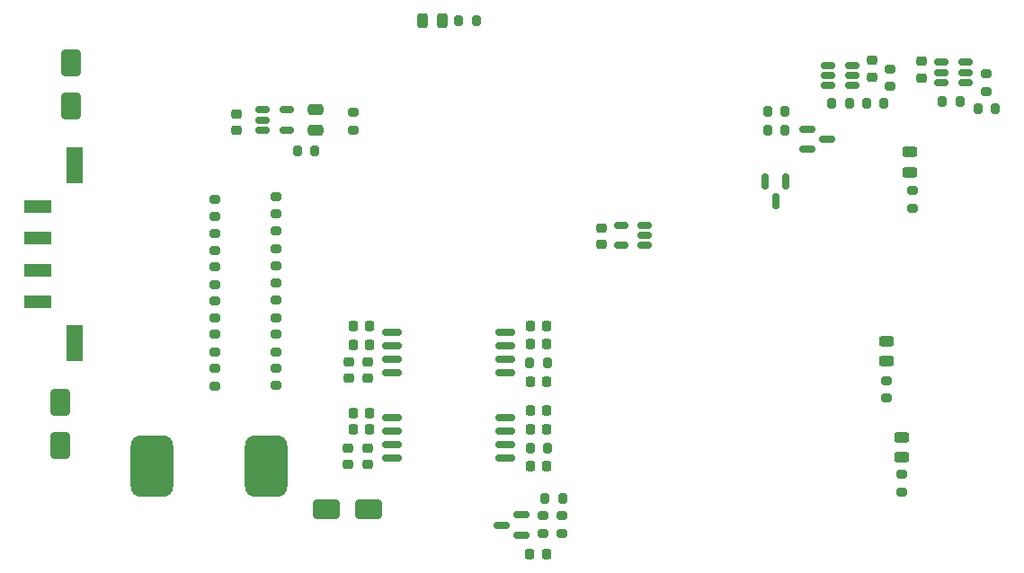
<source format=gbr>
%TF.GenerationSoftware,KiCad,Pcbnew,7.0.11-rc3*%
%TF.CreationDate,2025-03-16T23:31:10+08:00*%
%TF.ProjectId,TSAL,5453414c-2e6b-4696-9361-645f70636258,rev?*%
%TF.SameCoordinates,Original*%
%TF.FileFunction,Paste,Top*%
%TF.FilePolarity,Positive*%
%FSLAX46Y46*%
G04 Gerber Fmt 4.6, Leading zero omitted, Abs format (unit mm)*
G04 Created by KiCad (PCBNEW 7.0.11-rc3) date 2025-03-16 23:31:10*
%MOMM*%
%LPD*%
G01*
G04 APERTURE LIST*
G04 Aperture macros list*
%AMRoundRect*
0 Rectangle with rounded corners*
0 $1 Rounding radius*
0 $2 $3 $4 $5 $6 $7 $8 $9 X,Y pos of 4 corners*
0 Add a 4 corners polygon primitive as box body*
4,1,4,$2,$3,$4,$5,$6,$7,$8,$9,$2,$3,0*
0 Add four circle primitives for the rounded corners*
1,1,$1+$1,$2,$3*
1,1,$1+$1,$4,$5*
1,1,$1+$1,$6,$7*
1,1,$1+$1,$8,$9*
0 Add four rect primitives between the rounded corners*
20,1,$1+$1,$2,$3,$4,$5,0*
20,1,$1+$1,$4,$5,$6,$7,0*
20,1,$1+$1,$6,$7,$8,$9,0*
20,1,$1+$1,$8,$9,$2,$3,0*%
G04 Aperture macros list end*
%ADD10R,2.540000X1.270000*%
%ADD11R,1.650000X3.430000*%
%ADD12RoundRect,0.200000X0.275000X-0.200000X0.275000X0.200000X-0.275000X0.200000X-0.275000X-0.200000X0*%
%ADD13RoundRect,0.225000X0.225000X0.250000X-0.225000X0.250000X-0.225000X-0.250000X0.225000X-0.250000X0*%
%ADD14RoundRect,0.150000X-0.512500X-0.150000X0.512500X-0.150000X0.512500X0.150000X-0.512500X0.150000X0*%
%ADD15RoundRect,0.200000X0.200000X0.275000X-0.200000X0.275000X-0.200000X-0.275000X0.200000X-0.275000X0*%
%ADD16RoundRect,0.200000X-0.200000X-0.275000X0.200000X-0.275000X0.200000X0.275000X-0.200000X0.275000X0*%
%ADD17RoundRect,0.250000X-1.000000X-0.650000X1.000000X-0.650000X1.000000X0.650000X-1.000000X0.650000X0*%
%ADD18RoundRect,0.150000X-0.587500X-0.150000X0.587500X-0.150000X0.587500X0.150000X-0.587500X0.150000X0*%
%ADD19RoundRect,0.250000X-0.475000X0.250000X-0.475000X-0.250000X0.475000X-0.250000X0.475000X0.250000X0*%
%ADD20RoundRect,0.150000X-0.750000X-0.150000X0.750000X-0.150000X0.750000X0.150000X-0.750000X0.150000X0*%
%ADD21RoundRect,0.243750X-0.456250X0.243750X-0.456250X-0.243750X0.456250X-0.243750X0.456250X0.243750X0*%
%ADD22RoundRect,0.200000X-0.275000X0.200000X-0.275000X-0.200000X0.275000X-0.200000X0.275000X0.200000X0*%
%ADD23RoundRect,0.225000X-0.225000X-0.250000X0.225000X-0.250000X0.225000X0.250000X-0.225000X0.250000X0*%
%ADD24RoundRect,0.150000X-0.150000X0.587500X-0.150000X-0.587500X0.150000X-0.587500X0.150000X0.587500X0*%
%ADD25RoundRect,0.225000X-0.250000X0.225000X-0.250000X-0.225000X0.250000X-0.225000X0.250000X0.225000X0*%
%ADD26RoundRect,0.150000X0.512500X0.150000X-0.512500X0.150000X-0.512500X-0.150000X0.512500X-0.150000X0*%
%ADD27RoundRect,0.250000X0.650000X-1.000000X0.650000X1.000000X-0.650000X1.000000X-0.650000X-1.000000X0*%
%ADD28RoundRect,0.225000X0.250000X-0.225000X0.250000X0.225000X-0.250000X0.225000X-0.250000X-0.225000X0*%
%ADD29RoundRect,0.243750X-0.243750X-0.456250X0.243750X-0.456250X0.243750X0.456250X-0.243750X0.456250X0*%
%ADD30RoundRect,0.150000X0.587500X0.150000X-0.587500X0.150000X-0.587500X-0.150000X0.587500X-0.150000X0*%
%ADD31RoundRect,1.000000X1.000000X-1.900000X1.000000X1.900000X-1.000000X1.900000X-1.000000X-1.900000X0*%
G04 APERTURE END LIST*
D10*
%TO.C,J7*%
X68865000Y-51500000D03*
X68865000Y-54500000D03*
X68865000Y-57500000D03*
X68865000Y-60500000D03*
D11*
X72285000Y-47615000D03*
X72285000Y-64385000D03*
%TD*%
D12*
%TO.C,R31*%
X158212500Y-40632500D03*
X158212500Y-38982500D03*
%TD*%
D13*
%TO.C,C9*%
X100112500Y-64537500D03*
X98562500Y-64537500D03*
%TD*%
D14*
%TO.C,IC4*%
X143275000Y-38217500D03*
X143275000Y-39167500D03*
X143275000Y-40117500D03*
X145550000Y-40117500D03*
X145550000Y-39167500D03*
X145550000Y-38217500D03*
%TD*%
D15*
%TO.C,R44*%
X94937500Y-46287500D03*
X93287500Y-46287500D03*
%TD*%
D12*
%TO.C,R21*%
X118216072Y-82287500D03*
X118216072Y-80637500D03*
%TD*%
D16*
%TO.C,R36*%
X137563928Y-44297298D03*
X139213928Y-44297298D03*
%TD*%
D15*
%TO.C,R20*%
X116862500Y-74250000D03*
X115212500Y-74250000D03*
%TD*%
D17*
%TO.C,D3*%
X96000000Y-80000000D03*
X100000000Y-80000000D03*
%TD*%
D12*
%TO.C,R11*%
X85537500Y-58862500D03*
X85537500Y-57212500D03*
%TD*%
D18*
%TO.C,Q4*%
X141346428Y-44207298D03*
X141346428Y-46107298D03*
X143221428Y-45157298D03*
%TD*%
D12*
%TO.C,R10*%
X85537500Y-62012500D03*
X85537500Y-60362500D03*
%TD*%
D19*
%TO.C,C27*%
X95037500Y-42387500D03*
X95037500Y-44287500D03*
%TD*%
D20*
%TO.C,IC2*%
X102212500Y-63382500D03*
X102212500Y-64652500D03*
X102212500Y-65922500D03*
X102212500Y-67192500D03*
X112862500Y-67192500D03*
X112862500Y-65922500D03*
X112862500Y-64652500D03*
X112862500Y-63382500D03*
%TD*%
D12*
%TO.C,R34*%
X149150000Y-40175000D03*
X149150000Y-38525000D03*
%TD*%
D21*
%TO.C,D6*%
X148750000Y-64175000D03*
X148750000Y-66050000D03*
%TD*%
D22*
%TO.C,R38*%
X151250000Y-50000000D03*
X151250000Y-51650000D03*
%TD*%
D12*
%TO.C,R26*%
X148750000Y-69575000D03*
X148750000Y-67925000D03*
%TD*%
%TO.C,R25*%
X116466072Y-82287500D03*
X116466072Y-80637500D03*
%TD*%
D23*
%TO.C,C21*%
X115191072Y-84287500D03*
X116741072Y-84287500D03*
%TD*%
%TO.C,C13*%
X115225000Y-62750000D03*
X116775000Y-62750000D03*
%TD*%
D24*
%TO.C,Q3*%
X139287500Y-49131226D03*
X137387500Y-49131226D03*
X138337500Y-51006226D03*
%TD*%
D15*
%TO.C,R24*%
X116825000Y-66250000D03*
X115175000Y-66250000D03*
%TD*%
D20*
%TO.C,IC1*%
X102212500Y-71382500D03*
X102212500Y-72652500D03*
X102212500Y-73922500D03*
X102212500Y-75192500D03*
X112862500Y-75192500D03*
X112862500Y-73922500D03*
X112862500Y-72652500D03*
X112862500Y-71382500D03*
%TD*%
D12*
%TO.C,R18*%
X91287500Y-61962500D03*
X91287500Y-60312500D03*
%TD*%
D25*
%TO.C,C6*%
X99937500Y-74262500D03*
X99937500Y-75812500D03*
%TD*%
D13*
%TO.C,C33*%
X116775000Y-68000000D03*
X115225000Y-68000000D03*
%TD*%
D26*
%TO.C,U5*%
X126037500Y-55187500D03*
X126037500Y-54237500D03*
X126037500Y-53287500D03*
X123762500Y-53287500D03*
X123762500Y-55187500D03*
%TD*%
D12*
%TO.C,R29*%
X150250000Y-78400000D03*
X150250000Y-76750000D03*
%TD*%
D22*
%TO.C,R17*%
X91287500Y-53812500D03*
X91287500Y-55462500D03*
%TD*%
D27*
%TO.C,D10*%
X71000000Y-74000000D03*
X71000000Y-70000000D03*
%TD*%
D22*
%TO.C,R12*%
X85537500Y-50787500D03*
X85537500Y-52437500D03*
%TD*%
D28*
%TO.C,C26*%
X147400000Y-39275000D03*
X147400000Y-37725000D03*
%TD*%
D29*
%TO.C,D5*%
X105062500Y-34000000D03*
X106937500Y-34000000D03*
%TD*%
D22*
%TO.C,R45*%
X98537500Y-42637500D03*
X98537500Y-44287500D03*
%TD*%
D16*
%TO.C,R37*%
X137563928Y-42547298D03*
X139213928Y-42547298D03*
%TD*%
D23*
%TO.C,C14*%
X115225000Y-72500000D03*
X116775000Y-72500000D03*
%TD*%
D15*
%TO.C,R6*%
X110150000Y-34000000D03*
X108500000Y-34000000D03*
%TD*%
D13*
%TO.C,C8*%
X100087500Y-72537500D03*
X98537500Y-72537500D03*
%TD*%
%TO.C,C15*%
X116812500Y-76000000D03*
X115262500Y-76000000D03*
%TD*%
D23*
%TO.C,C18*%
X115225000Y-70750000D03*
X116775000Y-70750000D03*
%TD*%
D27*
%TO.C,D1*%
X72000000Y-42000000D03*
X72000000Y-38000000D03*
%TD*%
D25*
%TO.C,C11*%
X99937500Y-66162500D03*
X99937500Y-67712500D03*
%TD*%
D30*
%TO.C,Q1*%
X114403572Y-82487500D03*
X114403572Y-80587500D03*
X112528572Y-81537500D03*
%TD*%
D12*
%TO.C,R14*%
X91287500Y-68362500D03*
X91287500Y-66712500D03*
%TD*%
D15*
%TO.C,R33*%
X145287500Y-41787500D03*
X143637500Y-41787500D03*
%TD*%
D23*
%TO.C,C5*%
X98562500Y-70937500D03*
X100112500Y-70937500D03*
%TD*%
%TO.C,C19*%
X115225000Y-64500000D03*
X116775000Y-64500000D03*
%TD*%
D12*
%TO.C,R9*%
X85537500Y-65187500D03*
X85537500Y-63537500D03*
%TD*%
D22*
%TO.C,R13*%
X85537500Y-54037500D03*
X85537500Y-55687500D03*
%TD*%
D15*
%TO.C,R30*%
X155712500Y-41557500D03*
X154062500Y-41557500D03*
%TD*%
D22*
%TO.C,R15*%
X91287500Y-50562500D03*
X91287500Y-52212500D03*
%TD*%
D25*
%TO.C,C25*%
X152100000Y-37825000D03*
X152100000Y-39375000D03*
%TD*%
D12*
%TO.C,R19*%
X91287500Y-58712500D03*
X91287500Y-57062500D03*
%TD*%
%TO.C,R16*%
X91287500Y-65212500D03*
X91287500Y-63562500D03*
%TD*%
D14*
%TO.C,IC3*%
X153937500Y-37907500D03*
X153937500Y-38857500D03*
X153937500Y-39807500D03*
X156212500Y-39807500D03*
X156212500Y-38857500D03*
X156212500Y-37907500D03*
%TD*%
D25*
%TO.C,C7*%
X98037500Y-74262500D03*
X98037500Y-75812500D03*
%TD*%
D21*
%TO.C,D7*%
X150250000Y-73250000D03*
X150250000Y-75125000D03*
%TD*%
D15*
%TO.C,R32*%
X159037500Y-42287500D03*
X157387500Y-42287500D03*
%TD*%
D25*
%TO.C,C10*%
X98137500Y-66162500D03*
X98137500Y-67712500D03*
%TD*%
D21*
%TO.C,D9*%
X151000000Y-46375000D03*
X151000000Y-48250000D03*
%TD*%
D23*
%TO.C,C12*%
X98562500Y-62737500D03*
X100112500Y-62737500D03*
%TD*%
D28*
%TO.C,C2*%
X121937500Y-55100000D03*
X121937500Y-53550000D03*
%TD*%
%TO.C,C24*%
X87537500Y-44312500D03*
X87537500Y-42762500D03*
%TD*%
D16*
%TO.C,R22*%
X116641072Y-79037500D03*
X118291072Y-79037500D03*
%TD*%
D14*
%TO.C,U7*%
X90012500Y-42387500D03*
X90012500Y-43337500D03*
X90012500Y-44287500D03*
X92287500Y-44287500D03*
X92287500Y-42387500D03*
%TD*%
D31*
%TO.C,F1*%
X79600000Y-76000000D03*
X90400000Y-76000000D03*
%TD*%
D12*
%TO.C,R8*%
X85537500Y-68437500D03*
X85537500Y-66787500D03*
%TD*%
D15*
%TO.C,R35*%
X148537500Y-41787500D03*
X146887500Y-41787500D03*
%TD*%
M02*

</source>
